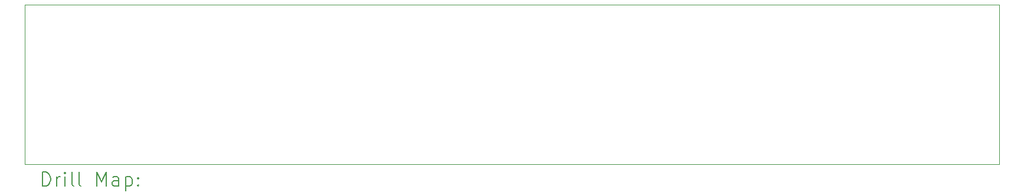
<source format=gbr>
%TF.GenerationSoftware,KiCad,Pcbnew,8.0.4*%
%TF.CreationDate,2024-08-26T11:17:34-06:00*%
%TF.ProjectId,modular-power-board,6d6f6475-6c61-4722-9d70-6f7765722d62,Mk One*%
%TF.SameCoordinates,Original*%
%TF.FileFunction,Drillmap*%
%TF.FilePolarity,Positive*%
%FSLAX45Y45*%
G04 Gerber Fmt 4.5, Leading zero omitted, Abs format (unit mm)*
G04 Created by KiCad (PCBNEW 8.0.4) date 2024-08-26 11:17:34*
%MOMM*%
%LPD*%
G01*
G04 APERTURE LIST*
%ADD10C,0.100000*%
%ADD11C,0.200000*%
G04 APERTURE END LIST*
D10*
X7098000Y-9052000D02*
X21080000Y-9052000D01*
X21080000Y-11340000D01*
X7098000Y-11340000D01*
X7098000Y-9052000D01*
D11*
X7353777Y-11656484D02*
X7353777Y-11456484D01*
X7353777Y-11456484D02*
X7401396Y-11456484D01*
X7401396Y-11456484D02*
X7429967Y-11466008D01*
X7429967Y-11466008D02*
X7449015Y-11485055D01*
X7449015Y-11485055D02*
X7458539Y-11504103D01*
X7458539Y-11504103D02*
X7468062Y-11542198D01*
X7468062Y-11542198D02*
X7468062Y-11570769D01*
X7468062Y-11570769D02*
X7458539Y-11608865D01*
X7458539Y-11608865D02*
X7449015Y-11627912D01*
X7449015Y-11627912D02*
X7429967Y-11646960D01*
X7429967Y-11646960D02*
X7401396Y-11656484D01*
X7401396Y-11656484D02*
X7353777Y-11656484D01*
X7553777Y-11656484D02*
X7553777Y-11523150D01*
X7553777Y-11561246D02*
X7563301Y-11542198D01*
X7563301Y-11542198D02*
X7572824Y-11532674D01*
X7572824Y-11532674D02*
X7591872Y-11523150D01*
X7591872Y-11523150D02*
X7610920Y-11523150D01*
X7677586Y-11656484D02*
X7677586Y-11523150D01*
X7677586Y-11456484D02*
X7668062Y-11466008D01*
X7668062Y-11466008D02*
X7677586Y-11475531D01*
X7677586Y-11475531D02*
X7687110Y-11466008D01*
X7687110Y-11466008D02*
X7677586Y-11456484D01*
X7677586Y-11456484D02*
X7677586Y-11475531D01*
X7801396Y-11656484D02*
X7782348Y-11646960D01*
X7782348Y-11646960D02*
X7772824Y-11627912D01*
X7772824Y-11627912D02*
X7772824Y-11456484D01*
X7906158Y-11656484D02*
X7887110Y-11646960D01*
X7887110Y-11646960D02*
X7877586Y-11627912D01*
X7877586Y-11627912D02*
X7877586Y-11456484D01*
X8134729Y-11656484D02*
X8134729Y-11456484D01*
X8134729Y-11456484D02*
X8201396Y-11599341D01*
X8201396Y-11599341D02*
X8268062Y-11456484D01*
X8268062Y-11456484D02*
X8268062Y-11656484D01*
X8449015Y-11656484D02*
X8449015Y-11551722D01*
X8449015Y-11551722D02*
X8439491Y-11532674D01*
X8439491Y-11532674D02*
X8420444Y-11523150D01*
X8420444Y-11523150D02*
X8382348Y-11523150D01*
X8382348Y-11523150D02*
X8363301Y-11532674D01*
X8449015Y-11646960D02*
X8429967Y-11656484D01*
X8429967Y-11656484D02*
X8382348Y-11656484D01*
X8382348Y-11656484D02*
X8363301Y-11646960D01*
X8363301Y-11646960D02*
X8353777Y-11627912D01*
X8353777Y-11627912D02*
X8353777Y-11608865D01*
X8353777Y-11608865D02*
X8363301Y-11589817D01*
X8363301Y-11589817D02*
X8382348Y-11580293D01*
X8382348Y-11580293D02*
X8429967Y-11580293D01*
X8429967Y-11580293D02*
X8449015Y-11570769D01*
X8544253Y-11523150D02*
X8544253Y-11723150D01*
X8544253Y-11532674D02*
X8563301Y-11523150D01*
X8563301Y-11523150D02*
X8601396Y-11523150D01*
X8601396Y-11523150D02*
X8620444Y-11532674D01*
X8620444Y-11532674D02*
X8629967Y-11542198D01*
X8629967Y-11542198D02*
X8639491Y-11561246D01*
X8639491Y-11561246D02*
X8639491Y-11618388D01*
X8639491Y-11618388D02*
X8629967Y-11637436D01*
X8629967Y-11637436D02*
X8620444Y-11646960D01*
X8620444Y-11646960D02*
X8601396Y-11656484D01*
X8601396Y-11656484D02*
X8563301Y-11656484D01*
X8563301Y-11656484D02*
X8544253Y-11646960D01*
X8725205Y-11637436D02*
X8734729Y-11646960D01*
X8734729Y-11646960D02*
X8725205Y-11656484D01*
X8725205Y-11656484D02*
X8715682Y-11646960D01*
X8715682Y-11646960D02*
X8725205Y-11637436D01*
X8725205Y-11637436D02*
X8725205Y-11656484D01*
X8725205Y-11532674D02*
X8734729Y-11542198D01*
X8734729Y-11542198D02*
X8725205Y-11551722D01*
X8725205Y-11551722D02*
X8715682Y-11542198D01*
X8715682Y-11542198D02*
X8725205Y-11532674D01*
X8725205Y-11532674D02*
X8725205Y-11551722D01*
M02*

</source>
